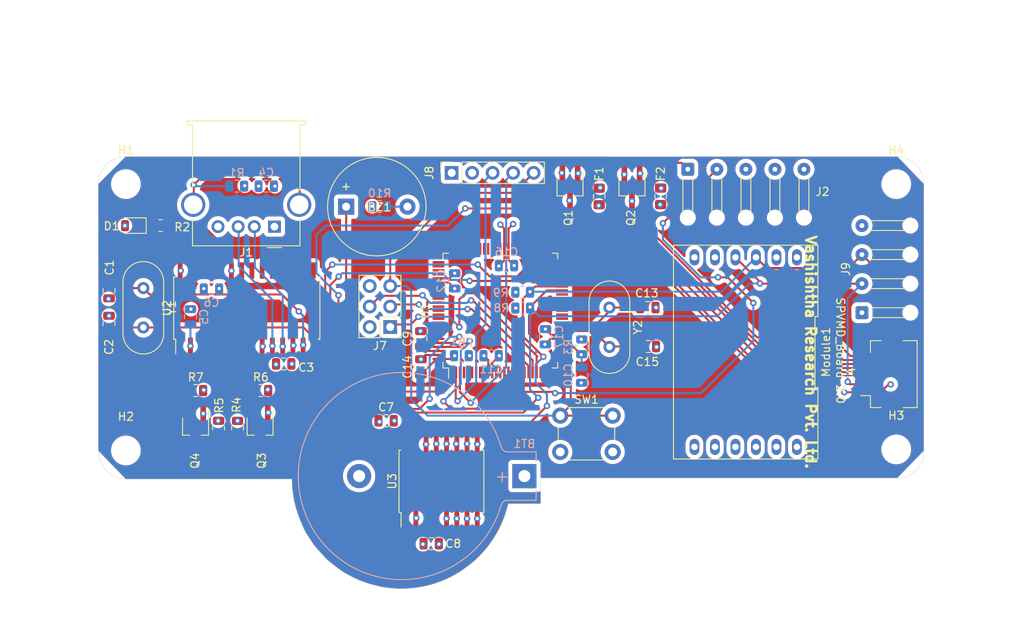
<source format=kicad_pcb>
(kicad_pcb (version 20221018) (generator pcbnew)
  (layers (0 "F.Cu" signal) (1 "In1.Cu" power) (2 "In2.Cu" power) (31 "B.Cu" signal) (34 "B.Paste" user) (35 "F.Paste" user) (36 "B.SilkS" user "B.Silkscreen") (37 "F.SilkS" user "F.Silkscreen") (38 "B.Mask" user) (39 "F.Mask" user) (44 "Edge.Cuts" user))
  (net 0 "")
  (net 1 "GND")
  (net 2 "BAT")
  (net 3 "BUZZER")
  (net 4 "Net-(BZ1-Pad2)")
  (net 5 "XI")
  (net 6 "XO")
  (net 7 "5v")
  (net 8 "Net-(C5-Pad1)")
  (net 9 "AREF")
  (net 10 "RESET")
  (net 11 "XTAL_1")
  (net 12 "AVCC")
  (net 13 "XTAL_2")
  (net 14 "Net-(D1-Pad1)")
  (net 15 "Net-(F1-Pad1)")
  (net 16 "5v_IN")
  (net 17 "3v_IN")
  (net 18 "Net-(F2-Pad1)")
  (net 19 "Net-(J1-Pad5)")
  (net 20 "USB_D-")
  (net 21 "USB_D+")
  (net 22 "Charge_Indicator")
  (net 23 "Battery_Indicator")
  (net 24 "3V_IN")
  (net 25 "SCL")
  (net 26 "SDA")
  (net 27 "UP")
  (net 28 "DOWN")
  (net 29 "LEFT")
  (net 30 "RIGHT")
  (net 31 "BACK")
  (net 32 "SELECT")
  (net 33 "MISO")
  (net 34 "SCK")
  (net 35 "MOSI")
  (net 36 "RXD_0")
  (net 37 "Net-(Module1-Pad6)")
  (net 38 "Net-(Module1-Pad7)")
  (net 39 "Net-(Module1-Pad5)")
  (net 40 "Net-(Module1-Pad8)")
  (net 41 "Net-(Module1-Pad9)")
  (net 42 "Net-(Module1-Pad10)")
  (net 43 "Net-(Module1-Pad11)")
  (net 44 "Net-(Module1-Pad12)")
  (net 45 "HV_TXD_1")
  (net 46 "LV_TXD_1")
  (net 47 "LV_RXD_1")
  (net 48 "HV_RXD_1")
  (net 49 "Net-(R2-Pad2)")
  (net 50 "Net-(U1-Pad4)")
  (net 51 "Net-(U1-Pad5)")
  (net 52 "Net-(U1-Pad6)")
  (net 53 "Net-(U1-Pad7)")
  (net 54 "Net-(U1-Pad8)")
  (net 55 "Net-(U1-Pad9)")
  (net 56 "Net-(U1-Pad12)")
  (net 57 "Net-(U1-Pad13)")
  (net 58 "Net-(U1-Pad14)")
  (net 59 "Net-(U1-Pad15)")
  (net 60 "Net-(U1-Pad16)")
  (net 61 "Net-(U1-Pad17)")
  (net 62 "Net-(U1-Pad18)")
  (net 63 "Net-(U1-Pad19)")
  (net 64 "Net-(U1-Pad23)")
  (net 65 "Net-(U1-Pad24)")
  (net 66 "Net-(U1-Pad25)")
  (net 67 "Net-(U1-Pad26)")
  (net 68 "Net-(U1-Pad27)")
  (net 69 "Net-(U1-Pad28)")
  (net 70 "Net-(U1-Pad29)")
  (net 71 "Net-(U1-Pad35)")
  (net 72 "Net-(U1-Pad36)")
  (net 73 "Net-(U1-Pad37)")
  (net 74 "Net-(U1-Pad38)")
  (net 75 "Net-(U1-Pad39)")
  (net 76 "Net-(U1-Pad40)")
  (net 77 "Net-(U1-Pad41)")
  (net 78 "Net-(U1-Pad42)")
  (net 79 "Net-(U1-Pad47)")
  (net 80 "Net-(U1-Pad48)")
  (net 81 "Net-(U1-Pad49)")
  (net 82 "Net-(U1-Pad50)")
  (net 83 "Net-(U1-Pad51)")
  (net 84 "Net-(U1-Pad52)")
  (net 85 "Net-(U1-Pad59)")
  (net 86 "Net-(U1-Pad60)")
  (net 87 "Net-(U1-Pad63)")
  (net 88 "Net-(U1-Pad64)")
  (net 89 "Net-(U1-Pad65)")
  (net 90 "Net-(U1-Pad66)")
  (net 91 "Net-(U1-Pad67)")
  (net 92 "Net-(U1-Pad68)")
  (net 93 "Net-(U1-Pad69)")
  (net 94 "Net-(U1-Pad70)")
  (net 95 "Net-(U1-Pad71)")
  (net 96 "Net-(U1-Pad72)")
  (net 97 "Net-(U1-Pad73)")
  (net 98 "Net-(U1-Pad74)")
  (net 99 "Net-(U1-Pad75)")
  (net 100 "Net-(U1-Pad76)")
  (net 101 "Net-(U1-Pad77)")
  (net 102 "Net-(U1-Pad78)")
  (net 103 "Net-(U1-Pad79)")
  (net 104 "Net-(U1-Pad82)")
  (net 105 "Net-(U1-Pad83)")
  (net 106 "Net-(U1-Pad84)")
  (net 107 "Net-(U1-Pad85)")
  (net 108 "Net-(U1-Pad86)")
  (net 109 "Net-(U1-Pad87)")
  (net 110 "Net-(U1-Pad88)")
  (net 111 "Net-(U1-Pad89)")
  (net 112 "Net-(U1-Pad90)")
  (net 113 "Net-(U1-Pad91)")
  (net 114 "Net-(U1-Pad92)")
  (net 115 "Net-(U1-Pad93)")
  (net 116 "Net-(U1-Pad94)")
  (net 117 "Net-(U1-Pad95)")
  (net 118 "Net-(U2-Pad1)")
  (net 119 "Net-(U2-Pad3)")
  (net 120 "Net-(U2-Pad4)")
  (net 121 "Net-(U2-Pad7)")
  (net 122 "Net-(U2-Pad8)")
  (net 123 "Net-(U2-Pad15)")
  (net 124 "Net-(U2-Pad16)")
  (net 125 "Net-(U2-Pad17)")
  (net 126 "Net-(U2-Pad18)")
  (net 127 "Net-(U2-Pad19)")
  (net 128 "Net-(U2-Pad20)")
  (net 129 "Net-(U2-Pad21)")
  (net 130 "Net-(U2-Pad22)")
  (net 131 "Net-(U2-Pad25)")
  (net 132 "Net-(U2-Pad26)")
  (net 133 "Net-(U2-Pad27)")
  (net 134 "Net-(U3-Pad1)")
  (net 135 "Net-(U3-Pad3)")
  (net 136 "Net-(U3-Pad4)")
  (net 137 "RXD_0_prg")
  (footprint "Capacitor_SMD:C_0805_2012Metric" (layer "F.Cu") (at 99.5045 76.7055 -90)
    (fp_text reference "C1")
    (fp_text value "22pf")
  )
  (footprint "Capacitor_SMD:C_0805_2012Metric" (layer "F.Cu") (at 99.5045 80.7695 90)
    (fp_text reference "C2")
    (fp_text value "22pf")
  )
  (footprint "Capacitor_SMD:C_0805_2012Metric" (layer "F.Cu") (at 121.1605 85.7885)
    (fp_text reference "C3")
    (fp_text value "10nf")
  )
  (footprint "Capacitor_SMD:C_0805_2012Metric" (layer "F.Cu") (at 139.4485 108.077)
    (fp_text reference "C8")
    (fp_text value "1uf")
  )
  (footprint "Capacitor_SMD:C_0805_2012Metric" (layer "F.Cu") (at 138.176 82.677 90)
    (fp_text reference "C9")
    (fp_text value "100nf")
  )
  (footprint "Capacitor_SMD:C_0805_2012Metric" (layer "F.Cu") (at 166.309 78.8035)
    (fp_text reference "C13")
    (fp_text value "22pf")
  )
  (footprint "Capacitor_SMD:C_0805_2012Metric" (layer "F.Cu") (at 138.176 86.167 90)
    (fp_text reference "C14")
    (fp_text value "100nf")
  )
  (footprint "Capacitor_SMD:C_0805_2012Metric" (layer "F.Cu") (at 166.3725 83.6295)
    (fp_text reference "C15")
    (fp_text value "22pf")
  )
  (footprint "LED_SMD:LED_0805_2012Metric" (layer "F.Cu") (at 102.4255 68.6435 180)
    (fp_text reference "D1")
    (fp_text value "RED")
  )
  (footprint "Fuse:Fuse_0805_2012Metric_Pad1.15x1.40mm_HandSolder" (layer "F.Cu") (at 167.894 65.015 90)
    (fp_text reference "F2")
    (fp_text value "Polyfuse_Small")
  )
  (footprint "Connector_USB:USB_A_Molex_67643_Horizontal" (layer "F.Cu") (at 120.015 68.7705 180)
    (fp_text reference "J1")
    (fp_text value "USB_A")
  )
  (footprint "Connector_Wire:SolderWire-0.1sqmm_1x05_P3.6mm_D0.4mm_OD1mm_Relief" (layer "F.Cu") (at 171.2595 61.6585)
    (fp_text reference "J2")
    (fp_text value "POWER_IN")
  )
  (footprint "Connector_FFC-FPC:Hirose_FH12-10S-0.5SH_1x10-1MP_P0.50mm_Horizontal" (layer "F.Cu") (at 195.199 87.0585 90)
    (fp_text reference "J4")
    (fp_text value "OLED_Board")
  )
  (footprint "Connector_PinSocket_2.54mm:PinSocket_1x05_P2.54mm_Vertical" (layer "F.Cu") (at 141.986 62.103 90)
    (fp_text reference "J8")
    (fp_text value "USB_To_UART")
  )
  (footprint "Connector_Wire:SolderWire-0.1sqmm_1x04_P3.6mm_D0.4mm_OD1mm_Relief" (layer "F.Cu") (at 192.8495 79.4385 90)
    (fp_text reference "J9")
    (fp_text value "Lidar_connect")
  )
  (footprint "SPVMD_V2:DIP-12_925_ELL" (layer "F.Cu") (at 178.435 84.328 180)
    (fp_text reference "Module1")
    (fp_text value "IMU_Breakout")
  )
  (footprint "Package_TO_SOT_SMD:SOT-23W_Handsoldering" (layer "F.Cu") (at 156.657 63.881 -90)
    (fp_text reference "Q1")
    (fp_text value "Q_PMOS_GSD")
  )
  (footprint "Package_TO_SOT_SMD:SOT-23W_Handsoldering" (layer "F.Cu") (at 164.338 63.881 -90)
    (fp_text reference "Q2")
    (fp_text value "Q_PMOS_GSD")
  )
  (footprint "Package_TO_SOT_SMD:SOT-23W_Handsoldering" (layer "F.Cu") (at 118.237 93.55 -90)
    (fp_text reference "Q3")
    (fp_text value "Q_NMOS_GSD")
  )
  (footprint "Package_TO_SOT_SMD:SOT-23W_Handsoldering" (layer "F.Cu") (at 110.236 93.55 -90)
    (fp_text reference "Q4")
    (fp_text value "Q_NMOS_GSD")
  )
  (footprint "Resistor_SMD:R_0805_2012Metric" (layer "F.Cu") (at 105.8945 68.6435)
    (fp_text reference "R2")
    (fp_text value "1K")
  )
  (footprint "Resistor_SMD:R_0805_2012Metric" (layer "F.Cu") (at 115.443 93.766 90)
    (fp_text reference "R4")
    (fp_text value "10k")
  )
  (footprint "Resistor_SMD:R_0805_2012Metric" (layer "F.Cu") (at 113.0935 93.7495 90)
    (fp_text reference "R5")
    (fp_text value "10k")
  )
  (footprint "Resistor_SMD:R_0805_2012Metric" (layer "F.Cu") (at 118.324 89.0905)
    (fp_text reference "R6")
    (fp_text value "10k")
  )
  (footprint "Resistor_SMD:R_0805_2012Metric" (layer "F.Cu") (at 110.2595 89.0905)
    (fp_text reference "R7")
    (fp_text value "10k")
  )
  (footprint "Package_QFP:TQFP-100_14x14mm_P0.5mm" (layer "F.Cu") (at 148.0185 79.1845 90)
    (fp_text reference "U1")
    (fp_text value "ATmega2560-16AU")
  )
  (footprint "Package_SO:SOIC-28W_7.5x17.9mm_P1.27mm" (layer "F.Cu") (at 116.586 78.867 90)
    (fp_text reference "U2")
    (fp_text value "CH376S-ch376s")
  )
  (footprint "Package_SO:SOIC-16W_7.5x10.3mm_P1.27mm" (layer "F.Cu") (at 140.716 100.3445 90)
    (fp_text reference "U3")
    (fp_text value "DS3231M")
  )
  (footprint "Crystal:Crystal_HC49-4H_Vertical" (layer "F.Cu") (at 103.759 76.3905 -90)
    (fp_text reference "Y1")
    (fp_text value "12MHz")
  )
  (footprint "Crystal:Crystal_HC49-4H_Vertical" (layer "F.Cu") (at 161.544 78.8035 -90)
    (fp_text reference "Y2")
    (fp_text value "16MHz")
  )
  (footprint "MountingHole:MountingHole_3.2mm_M3" (layer "F.Cu") (at 101.6 63.5)
    (fp_text reference "H1")
    (fp_text value "MountingHole")
  )
  (footprint "MountingHole:MountingHole_3.2mm_M3" (layer "F.Cu") (at 101.6 96.52)
    (fp_text reference "H2")
    (fp_text value "MountingHole")
  )
  (footprint "MountingHole:MountingHole_3.2mm_M3" (layer "F.Cu") (at 197.104 96.393)
    (fp_text reference "H3")
    (fp_text value "MountingHole")
  )
  (footprint "MountingHole:MountingHole_3.2mm_M3" (layer "F.Cu") (at 197.104 63.5)
    (fp_text reference "H4")
    (fp_text value "MountingHole")
  )
  (footprint "Button_Switch_THT:SW_PUSH_6mm" (layer "F.Cu") (at 155.448 92.202)
    (fp_text reference "SW1")
    (fp_text value "SW_Push")
  )
  (footprint "Buzzer_Beeper:Buzzer_12x9.5RM7.6" (layer "F.Cu") (at 128.905 66.294)
    (fp_text reference "BZ1")
    (fp_text value "Buzzer")
  )
  (footprint "Fuse:Fuse_0805_2012Metric_Pad1.15x1.40mm_HandSolder" (layer "F.Cu") (at 160.274 65.033 90)
    (fp_text reference "F1")
    (fp_text value "Polyfuse_Small")
  )
  (footprint "Connector_PinHeader_2.54mm:PinHeader_2x03_P2.54mm_Vertical" (layer "F.Cu") (at 134.366 81.2165 180)
    (fp_text reference "J7")
    (fp_text value "AVR-ISP-6")
  )
  (footprint "Capacitor_SMD:C_0805_2012Metric" (layer "F.Cu") (at 133.8555 92.837)
    (fp_text reference "C7")
    (fp_text value "1uf")
  )
  (footprint "Capacitor_SMD:C_0805_2012Metric" (layer "B.Cu") (at 118.9965 63.754 180)
    (fp_text reference "C4")
    (fp_text value "10uf")
  )
  (footprint "Capacitor_SMD:C_0805_2012Metric" (layer "B.Cu") (at 109.601 79.949 90)
    (fp_text reference "C5")
    (fp_text value "1uf")
  )
  (footprint "Capacitor_SMD:C_0805_2012Metric" (layer "B.Cu") (at 112.207 76.5175)
    (fp_text reference "C6")
    (fp_text value "0.1uf")
  )
  (footprint "Capacitor_SMD:C_0805_2012Metric" (layer "B.Cu") (at 158.115 87.183 -90)
    (fp_text reference "C10")
    (fp_text value "22pf")
  )
  (footprint "Capacitor_SMD:C_0805_2012Metric" (layer "B.Cu") (at 146.873 84.7725)
    (fp_text reference "C11")
    (fp_text value "100nf")
  )
  (footprint "Capacitor_SMD:C_0805_2012Metric" (layer "B.Cu") (at 142.367 75.499 -90)
    (fp_text reference "C12")
    (fp_text value "100nf")
  )
  (footprint "Resistor_SMD:R_0805_2012Metric" (layer "B.Cu") (at 143.1925 84.7725 180)
    (fp_text reference "FB1")
    (fp_text value "Ferrite_Bead_Small")
  )
  (footprint "Resistor_SMD:R_0805_2012Metric" (layer "B.Cu") (at 115.3395 63.754 180)
    (fp_text reference "R1")
    (fp_text value "0R")
  )
  (footprint "Resistor_SMD:R_0805_2012Metric" (layer "B.Cu") (at 158.115 83.6695 -90)
    (fp_text reference "R3")
    (fp_text value "10k")
  )
  (footprint "Resistor_SMD:R_0805_2012Metric" (layer "B.Cu") (at 150.789 78.867)
    (fp_text reference "R8")
    (fp_text value "10k")
  )
  (footprint "Resistor_SMD:R_0805_2012Metric" (layer "B.Cu") (at 150.789 76.8985)
    (fp_text reference "R9")
    (fp_text value "10k")
  )
  (footprint "Battery:BatteryHolder_Keystone_104_1x23mm" (layer "B.Cu") (at 151.003 99.695 180)
    (fp_text reference "BT1")
    (fp_text value "Battery_Cell")
  )
  (footprint "Capacitor_SMD:C_0805_2012Metric" (layer "B.Cu") (at 148.778 73.5965 180)
    (fp_text reference "C16")
    (fp_text value "100nf")
  )
  (footprint "Capacitor_SMD:C_0805_2012Metric" (layer "B.Cu") (at 153.6065 82.423 90)
    (fp_text reference "C17")
    (fp_text value "100nf")
  )
  (footprint "Resistor_SMD:R_0805_2012Metric" (layer "B.Cu") (at 133.056 66.294 180)
    (fp_text reference "R10")
    (fp_text value "100R")
  )
  (gr_line (start 149.098 103.124) (end 149.004002 103.131616) (stroke (width 0.05)) (layer "Edge.Cuts"))
  (gr_arc (start 149.004002 103.131616) (mid 134.225316 113.57772) (end 122.174 100.076) (stroke (width 0.05)) (layer "Edge.Cuts"))
  (gr_line (start 153.035 103.124) (end 149.098 103.124) (stroke (width 0.05)) (layer "Edge.Cuts"))
  (gr_line (start 200.533 63.5) (end 200.533 96.52) (stroke (width 0.05)) (layer "Edge.Cuts"))
  (gr_arc (start 101.600081 100.073734) (mid 99.168049 98.989191) (end 98.171 96.52) (stroke (width 0.05)) (layer "Edge.Cuts"))
  (gr_line (start 101.6 60.071) (end 197.231 60.071) (stroke (width 0.05)) (layer "Edge.Cuts"))
  (gr_line (start 98.171 63.5) (end 98.171 96.52) (stroke (width 0.05)) (layer "Edge.Cuts"))
  (gr_line (start 101.600081 100.073734) (end 122.174 100.076) (stroke (width 0.05)) (layer "Edge.Cuts"))
  (gr_line (start 153.035 99.949) (end 153.035 103.124) (stroke (width 0.05)) (layer "Edge.Cuts"))
  (gr_arc (start 197.230913 60.073349) (mid 199.573132 61.120624) (end 200.533 63.5) (stroke (width 0.05)) (layer "Edge.Cuts"))
  (gr_arc (start 200.53056 96.520094) (mid 199.610311 98.936559) (end 197.231 99.949) (stroke (width 0.05)) (layer "Edge.Cuts"))
  (gr_line (start 197.231 99.949) (end 153.035 99.949) (stroke (width 0.05)) (layer "Edge.Cuts"))
  (gr_arc (start 98.171 63.5) (mid 99.175331 61.075331) (end 101.6 60.071) (stroke (width 0.05)) (layer "Edge.Cuts"))
  (gr_text "Vashishtha Research Pvt. Ltd." (at 186.4995 84.328 270) (layer "F.SilkS") (effects (font (size 1.27 1.27) (thickness 0.3))))
  (gr_text "SPVMD_Board 2.0" (at 190.1825 84.1375 270) (layer "F.SilkS") (effects (font (size 1 1))))
  (segment (start 148.0185 68.5165) (end 148.0185 68.5165) (width 0.25) (layer "F.Cu") (net 1))
  (segment (start 138.176 85.217) (end 138.176 85.217) (width 0.25) (layer "F.Cu") (net 1))
  (segment (start 196.4055 88.3285) (end 196.4055 88.3285) (width 0.25) (layer "F.Cu") (net 1))
  (segment (start 148.49351 71.40451) (end 148.49351 68.99151) (width 0.25) (layer "F.Cu") (net 1))
  (segment (start 147.0185 85.6455) (end 147.8915 84.7725) (width 0.25) (layer "F.Cu") (net 1))
  (segment (start 138.7085 84.6845) (end 138.176 85.217) (width 0.25) (layer "F.Cu") (net 1))
  (segment (start 148.5055 71.522) (end 148.49351 71.53399) (width 0.25) (layer "F.Cu") (net 1))
  (segment (start 193.349 88.8085) (end 195.6715 88.8085) (width 0.25) (layer "F.Cu") (net 1))
  (segment (start 148.5185 71.4295) (end 148.49351 71.40451) (width 0.25) (layer "F.Cu") (net 1))
  (segment (start 148.5185 71.522) (end 148.5055 71.522) (width 0.25) (layer "F.Cu") (net 1))
  (segment (start 148.49351 68.99151) (end 148.0185 68.5165) (width 0.25) (layer "F.Cu") (net 1))
  (segment (start 195.6715 88.8085) (end 196.1515 88.3285) (width 0.25) (layer "F.Cu") (net 1))
  (segment (start 147.0185 86.847) (end 147.0185 85.6455) (width 0.25) (layer "F.Cu") (net 1))
  (segment (start 140.356 84.6845) (end 138.7085 84.6845) (width 0.25) (layer "F.Cu") (net 1))
  (segment (start 154.3205 82.1845) (end 153.6065 81.4705) (width 0.25) (layer "F.Cu") (net 1))
  (segment (start 196.1515 88.3285) (end 196.4055 88.3285) (width 0.25) (layer "F.Cu") (net 1))
  (segment (start 141.5975 75.6845) (end 142.367 76.454) (width 0.25) (layer "F.Cu") (net 1))
  (segment (start 148.5185 72.9695) (end 147.828 73.66) (width 0.25) (layer "F.Cu") (net 1))
  (segment (start 148.5185 71.522) (end 148.5185 71.4295) (width 0.25) (layer "F.Cu") (net 1))
  (segment (start 148.5185 71.522) (end 148.5185 72.9695) (width 0.25) (layer "F.Cu") (net 1))
  (segment (start 140.356 75.6845) (end 141.5975 75.6845) (width 0.25) (layer "F.Cu") (net 1))
  (segment (start 155.681 82.1845) (end 154.3205 82.1845) (width 0.25) (layer "F.Cu") (net 1))
  (via (at 122.3645 83.5025) (size 0.8) (drill 0.4) (layers "F.Cu" "B.Cu") (net 1))
  (via (at 147.828 73.66) (size 0.8) (drill 0.4) (layers "F.Cu" "B.Cu") (net 1))
  (via (at 145.161 104.9655) (size 0.8) (drill 0.4) (layers "F.Cu" "B.Cu") (net 1))
  (via (at 118.0465 63.754) (size 0.8) (drill 0.4) (layers "F.Cu" "B.Cu") (net 1))
  (via (at 116.332 63.6905) (size 0.8) (drill 0.4) (layers "F.Cu" "B.Cu") (net 1))
  (via (at 143.891 104.9655) (size 0.8) (drill 0.4) (layers "F.Cu" "B.Cu") (net 1))
  (via (at 132.1435 66.2305) (size 0.8) (drill 0.4) (layers "F.Cu" "B.Cu") (net 1))
  (via (at 113.157 76.454) (size 0.8) (drill 0.4) (layers "F.Cu" "B.Cu") (net 1))
  (via (at 153.6065 81.4705) (size 0.8) (drill 0.4) (layers "F.Cu" "B.Cu") (net 1))
  (via (at 122.174 85.7885) (size 0.8) (drill 0.4) (layers "F.Cu" "B.Cu") (net 1))
  (via (at 134.874 92.837) (size 0.8) (drill 0.4) (layers "F.Cu" "B.Cu") (net 1))
  (via (at 158.0515 88.138) (size 0.8) (drill 0.4) (layers "F.Cu" "B.Cu") (net 1))
  (via (at 99.441 77.724) (size 0.8) (drill 0.4) (layers "F.Cu" "B.Cu") (net 1))
  (via (at 114.681 74.2315) (size 0.8) (drill 0.4) (layers "F.Cu" "B.Cu") (net 1))
  (via (at 140.081 95.6945) (size 0.8) (drill 0.4) (layers "F.Cu" "B.Cu") (net 1))
  (via (at 141.351 95.6945) (size 0.8) (drill 0.4) (layers "F.Cu" "B.Cu") (net 1))
  (via (at 140.3985 108.1405) (size 0.8) (drill 0.4) (layers "F.Cu" "B.Cu") (net 1))
  (via (at 147.8915 84.7725) (size 0.8) (drill 0.4) (layers "F.Cu" "B.Cu") (net 1))
  (via (at 148.0185 68.5165) (size 0.8) (drill 0.4) (layers "F.Cu" "B.Cu") (net 1))
  (via (at 99.5045 79.8195) (size 0.8) (drill 0.4) (layers "F.Cu" "B.Cu") (net 1))
  (via (at 145.161 95.758) (size 0.8) (drill 0.4) (layers "F.Cu" "B.Cu") (net 1))
  (via (at 165.354 62.1665) (size 0.8) (drill 0.4) (layers "F.Cu" "B.Cu") (net 1))
  (via (at 167.386 83.693) (size 0.8) (drill 0.4) (layers "F.Cu" "B.Cu") (net 1))
  (via (at 167.3225 78.8035) (size 0.8) (drill 0.4) (layers "F.Cu" "B.Cu") (net 1))
  (via (at 142.621 104.9655) (size 0.8) (drill 0.4) (layers "F.Cu" "B.Cu") (net 1))
  (via (at 141.351 104.9655) (size 0.8) (drill 0.4) (layers "F.Cu" "B.Cu") (net 1))
  (via (at 138.1125 81.7245) (size 0.8) (drill 0.4) (layers "F.Cu" "B.Cu") (net 1))
  (via (at 142.5575 95.6945) (size 0.8) (drill 0.4) (layers "F.Cu" "B.Cu") (net 1))
  (via (at 138.176 85.217) (size 0.8) (drill 0.4) (layers "F.Cu" "B.Cu") (net 1))
  (via (at 157.6705 62.1665) (size 0.8) (drill 0.4) (layers "F.Cu" "B.Cu") (net 1))
  (via (at 196.4055 88.3285) (size 0.8) (drill 0.4) (layers "F.Cu" "B.Cu") (net 1))
  (via (at 142.367 76.454) (size 0.8) (drill 0.4) (layers "F.Cu" "B.Cu") (net 1))
  (via (at 143.891 95.6945) (size 0.8) (drill 0.4) (layers "F.Cu" "B.Cu") (net 1))
  (via (at 138.811 95.758) (size 0.8) (drill 0.4) (layers "F.Cu" "B.Cu") (net 2))
  (via (at 133.0325 92.964) (size 0.8) (drill 0.4) (layers "F.Cu" "B.Cu") (net 2))
  (segment (start 141.0335 89.2175) (end 142.0185 88.2325) (width 0.25) (layer "F.Cu") (net 3))
  (segment (start 128.905 66.294) (end 128.905 84.3915) (width 0.25) (layer "F.Cu") (net 3))
  (segment (start 142.0185 88.2325) (end 142.0185 86.847) (width 0.25) (layer "F.Cu") (net 3))
  (segment (start 128.905 84.3915) (end 133.731 89.2175) (width 0.25) (layer "F.Cu") (net 3))
  (segment (start 133.731 89.2175) (end 141.0335 89.2175) (width 0.25) (layer "F.Cu") (net 3))
  (segment (start 133.9685 66.294) (end 136.505 66.294) (width 0.25) (layer "B.Cu") (net 4))
  (segment (start 123.03125 79.27975) (end 123.1265 79.375) (width 0.25) (layer "F.Cu") (net 5))
  (segment (start 103.759 76.3905) (end 100.1395 76.3905) (width 0.25) (layer "F.Cu") (net 5))
  (segment (start 103.759 76.3905) (end 104.547501 77.179001) (width 0.25) (layer "F.Cu") (net 5))
  (segment (start 104.547501 77.179001) (end 120.930501 77.179001) (width 0.25) (layer "F.Cu") (net 5))
  (segment (start 120.930501 77.179001) (end 123.03125 79.27975) (width 0.25) (layer "F.Cu") (net 5))
  (segment (start 100.1395 76.3905) (end 99.5045 75.7555) (width 0.25) (layer "F.Cu") (net 5))
  (via (at 123.03125 79.27975) (size 0.8) (drill 0.4) (layers "F.Cu" "B.Cu") (net 5))
  (via (at 123.571 83.439) (size 0.8) (drill 0.4) (layers "F.Cu" "B.Cu") (net 5))
  (segment (start 123.571 79.8195) (end 123.03125 79.27975) (width 0.25) (layer "B.Cu") (net 5))
  (segment (start 123.571 83.439) (end 123.571 79.8195) (width 0.25) (layer "B.Cu") (net 5))
  (segment (start 103.759 81.2705) (end 99.9535 81.2705) (width 0.25) (layer "F.Cu") (net 6))
  (segment (start 123.6195 81.2705) (end 124.841 82.492) (width 0.25) (layer "F.Cu") (net 6))
  (segment (start 103.759 81.2705) (end 123.6195 81.2705) (width 0.25) (layer "F.Cu") (net 6))
  (segment (start 99.9535 81.2705) (end 99.5045 81.7195) (width 0.25) (layer "F.Cu") (net 6))
  (segment (start 124.841 82.492) (end 124.841 83.517) (width 0.25) (layer "F.Cu") (net 6))
  (segment (start 149.606 68.453) (end 149.606 68.453) (width 0.25) (layer "F.Cu") (net 7))
  (segment (start 190.663 89.3085) (end 190.663 89.3085) (width 0.25) (layer "F.Cu") (net 7))
  (segment (start 146.5185 86.847) (end 146.5185 85.3045) (width 0.25) (layer "F.Cu") (net 7))
  (segment (start 149.0185 72.882) (end 149.733 73.5965) (width 0.25) (layer "F.Cu") (net 7))
  (segment (start 149.0185 71.522) (end 149.0185 72.882) (width 0.25) (layer "F.Cu") (net 7))
  (segment (start 155.681 82.6845) (end 154.234 82.6845) (width 0.25) (layer "F.Cu") (net 7))
  (segment (start 149.04349 71.17451) (end 149.04349 69.01551) (width 0.25) (layer "F.Cu") (net 7))
  (segment (start 149.0185 71.5805) (end 149.04349 71.60549) (width 0.25) (layer "F.Cu") (net 7))
  (segment (start 149.0185 71.1995) (end 149.04349 71.17451) (width 0.25) (layer "F.Cu") (net 7))
  (segment (start 149.0185 71.522) (end 149.0185 71.5805) (width 0.25) (layer "F.Cu") (net 7))
  (segment (start 154.234 82.6845) (end 153.543 83.3755) (width 0.25) (layer "F.Cu") (net 7))
  (segment (start 190.845 89.3085) (end 190.663 89.3085) (width 0.25) (layer "F.Cu") (net 7))
  (segment (start 149.04349 69.01551) (end 149.606 68.453) (width 0.25) (layer "F.Cu") (net 7))
  (segment (start 193.349 89.3085) (end 190.845 89.3085) (width 0.25) (layer "F.Cu") (net 7))
  (segment (start 140.356 75.1845) (end 141.7315 75.1845) (width 0.25) (layer "F.Cu") (net 7))
  (segment (start 141.7315 75.1845) (end 142.367 74.549) (width 0.25) (layer "F.Cu") (net 7))
  (segment (start 146.5185 85.3045) (end 145.9865 84.7725) (width 0.25) (layer "F.Cu") (net 7))
  (segment (start 149.0185 71.522) (end 149.0185 71.1995) (width 0.25) (layer "F.Cu") (net 7))
  (via (at 149.9235 76.8985) (size 0.8) (drill 0.4) (layers "F.Cu" "B.Cu") (net 7))
  (via (at 155.6385 62.103) (size 0.8) (drill 0.4) (layers "F.Cu" "B.Cu") (net 7))
  (via (at 149.9235 78.867) (size 0.8) (drill 0.4) (layers "F.Cu" "B.Cu") (net 7))
  (via (at 142.367 74.549) (size 0.8) (drill 0.4) (layers "F.Cu" "B.Cu") (net 7))
  (via (at 153.543 83.3755) (size 0.8) (drill 0.4) (layers "F.Cu" "B.Cu") (net 7))
  (via (at 158.0515 82.7405) (size 0.8) (drill 0.4) (layers "F.Cu" "B.Cu") (net 7))
  (via (at 149.606 68.453) (size 0.8) (drill 0.4) (layers "F.Cu" "B.Cu") (net 7))
  (via (at 113.03 92.837) (size 0.8) (drill 0.4) (layers "F.Cu" "B.Cu") (net 7))
  (via (at 120.0785 63.754) (size 0.8) (drill 0.4) (layers "F.Cu" "B.Cu") (net 7))
  (via (at 138.43 108.1405) (size 0.8) (drill 0.4) (layers "F.Cu" "B.Cu") (net 7))
  (via (at 145.9865 84.7725) (size 0.8) (drill 0.4) (layers "F.Cu" "B.Cu") (net 7))
  (via (at 137.6045 104.902) (size 0.8) (drill 0.4) (layers "F.Cu" "B.Cu") (net 7))
  (via (at 190.663 89.3085) (size 0.8) (drill 0.4) (layers "F.Cu" "B.Cu") (net 7))
  (via (at 115.443 92.837) (size 0.8) (drill 0.4) (layers "F.Cu" "B.Cu") (net 7))
  (via (at 144.2085 84.7725) (size 0.8) (drill 0.4) (layers "F.Cu" "B.Cu") (net 7))
  (via (at 149.733 73.5965) (size 0.8) (drill 0.4) (layers "F.Cu" "B.Cu") (net 7))
  (via (at 109.601 83.566) (size 0.8) (drill 0.4) (layers "F.Cu" "B.Cu") (net 8))
  (segment (start 109.601 80.899) (end 109.601 83.566) (width 0.25) (layer "B.Cu") (net 8))
  (segment (start 140.356 84.1845) (end 138.7335 84.1845) (width 0.25) (layer "F.Cu") (net 9))
  (segment (start 138.7335 84.1845) (end 138.176 83.627) (width 0.25) (layer "F.Cu") (net 9))
  (segment (start 156.484202 83.1845) (end 156.74351 83.443808) (width 0.25) (layer "F.Cu") (net 10))
  (segment (start 155.448 92.202) (end 161.948 92.202) (width 0.25) (layer "F.Cu") (net 10))
  (segment (start 134.366 72.898) (end 142.6845 64.5795) (width 0.25) (layer "F.Cu") (net 10))
  (segment (start 142.6845 64.5795) (end 149.6695 64.5795) (width 0.25) (layer "F.Cu") (net 10))
  (segment (start 155.681 83.1845) (end 156.484202 83.1845) (width 0.25) (layer "F.Cu") (net 10))
  (segment (start 156.849808 83.443808) (end 158.0515 84.6455) (width 0.25) (layer "F.Cu") (net 10))
  (segment (start 156.74351 83.443808) (end 156.74351 90.90649) (width 0.25) (layer "F.Cu") (net 10))
  (segment (start 134.366 76.1365) (end 134.366 72.898) (width 0.25) (layer "F.Cu") (net 10))
  (segment (start 156.74351 90.90649) (end 155.448 92.202) (width 0.25) (layer "F.Cu") (net 10))
  (segment (start 156.74351 83.443808) (end 156.849808 83.443808) (width 0.25) (layer "F.Cu") (net 10))
  (segment (start 149.6695 64.5795) (end 152.146 62.103) (width 0.25) (layer "F.Cu") (net 10))
  (via (at 158.0515 84.6455) (size 0.8) (drill 0.4) (layers "F.Cu" "B.Cu") (net 10))
  (segment (start 136.9695 90.17) (end 139.0015 92.202) (width 0.25) (layer "B.Cu") (net 10))
  (segment (start 139.0015 92.202) (end 155.448 92.202) (width 0.25) (layer "B.Cu") (net 10))
  (segment (start 136.9695 76.708) (end 136.9695 90.17) (width 0.25) (layer "B.Cu") (net 10))
  (segment (start 158.115 84.709) (end 158.0515 84.6455) (width 0.25) (layer "B.Cu") (net 10))
  (segment (start 136.398 76.1365) (end 136.9695 76.708) (width 0.25) (layer "B.Cu") (net 10))
  (segment (start 158.115 86.233) (end 158.115 84.709) (width 0.25) (layer "B.Cu") (net 10))
  (segment (start 134.366 76.1365) (end 136.398 76.1365) (width 0.25) (layer "B.Cu") (net 10))
  (segment (start 155.681 81.1955) (end 155.69499 81.20949) (width 0.25) (layer "F.Cu") (net 11))
  (segment (start 159.6075 81.1845) (end 161.544 79.248) (width 0.25) (layer "F.Cu") (net 11))
  (segment (start 155.681 81.1845) (end 155.681 81.1955) (width 0.25) (layer "F.Cu") (net 11))
  (segment (start 155.681 81.1845) (end 159.6075 81.1845) (width 0.25) (layer "F.Cu") (net 11))
  (segment (start 165.359 78.8035) (end 161.544 78.8035) (width 0.25) (layer "F.Cu") (net 11))
  (segment (start 161.544 79.248) (end 161.544 78.8035) (width 0.25) (layer "F.Cu") (net 11))
  (segment (start 142.367 84.7725) (end 142.367 84.7725) (width 0.25) (layer "F.Cu") (net 12))
  (segment (start 138.176 87.117) (end 140.1085 85.1845) (width 0.25) (layer "F.Cu") (net 12))
  (segment (start 140.1085 85.1845) (end 140.356 85.1845) (width 0.25) (layer "F.Cu") (net 12))
  (segment (start 140.356 85.1845) (end 141.955 85.1845) (width 0.25) (layer "F.Cu") (net 12))
  (segment (start 141.955 85.1845) (end 142.367 84.7725) (width 0.25) (layer "F.Cu") (net 12))
  (via (at 142.367 84.7725) (size 0.8) (drill 0.4) (layers "F.Cu" "B.Cu") (net 12))
  (segment (start 161.598 83.6295) (end 161.544 83.6835) (width 0.25) (layer "F.Cu") (net 13))
  (segment (start 159.56999 81.70949) (end 161.544 83.6835) (width 0.25) (layer "F.Cu") (net 13))
  (segment (start 155.8525 81.6845) (end 155.87749 81.70949) (width 0.25) (layer "F.Cu") (net 13))
  (segment (start 155.681 81.6845) (end 155.8525 81.6845) (width 0.25) (layer "F.Cu") (net 13))
  (segment (start 165.4225 83.6295) (end 161.598 83.6295) (width 0.25) (layer "F.Cu") (net 13))
  (segment (start 155.87749 81.70949) (end 159.56999 81.70949) (width 0.25) (layer "F.Cu") (net 13))
  (segment (start 103.363 68.6435) (end 104.982 68.6435) (width 0.25) (layer "F.Cu") (net 14))
  (via (at 156.591 65.532) (size 0.8) (drill 0.4) (layers "F.Cu" "B.Cu") (net 15))
  (via (at 160.2105 66.167) (size 0.8) (drill 0.4) (layers "F.Cu" "B.Cu") (net 15))
  (via (at 160.401 63.9445) (size 0.8) (drill 0.4) (layers "F.Cu" "B.Cu") (net 16))
  (via (at 167.9575 64.008) (size 0.8) (drill 0.4) (layers "F.Cu" "B.Cu") (net 17))
  (via (at 167.8305 66.04) (size 0.8) (drill 0.4) (layers "F.Cu" "B.Cu") (net 18))
  (via (at 164.338 65.5955) (size 0.8) (drill 0.4) (layers "F.Cu" "B.Cu") (net 18))
  (segment (start 110.0085 63.6005) (end 110.0085 63.6005) (width 0.25) (layer "F.Cu") (net 19))
  (segment (start 111.506 62.103) (end 110.0085 63.6005) (width 0.25) (layer "F.Cu") (net 19))
  (segment (start 123.1485 63.7745) (end 123.1485 65.997) (width 0.25) (layer "F.Cu") (net 19))
  (segment (start 121.477 62.103) (end 111.506 62.103) (width 0.25) (layer "F.Cu") (net 19))
  (segment (start 110.0085 65.997) (end 109.945 66.0605) (width 0.25) (layer "F.Cu") (net 19))
  (segment (start 110.0085 63.6005) (end 110.0085 65.997) (width 0.25) (layer "F.Cu") (net 19))
  (segment (start 123.1485 65.997) (end 123.085 66.0605) (width 0.25) (layer "F.Cu") (net 19))
  (segment (start 123.1485 63.7745) (end 121.477 62.103) (width 0.25) (layer "F.Cu") (net 19))
  (via (at 110.0085 63.6005) (size 0.8) (drill 0.4) (layers "F.Cu" "B.Cu") (net 19))
  (segment (start 114.427 63.754) (end 110.029 63.754) (width 0.25) (layer "B.Cu") (net 19))
  (segment (start 110.029 63.754) (end 110.0085 63.7745) (width 0.25) (layer "B.Cu") (net 19))
  (via (at 121.031 83.6295) (size 0.8) (drill 0.4) (layers "F.Cu" "B.Cu") (net 20))
  (segment (start 117.5785 68.834) (end 117.515 68.7705) (width 0.25) (layer "B.Cu") (net 20))
  (segment (start 117.5785 73.827) (end 117.5785 68.834) (width 0.25) (layer "B.Cu") (net 20))
  (segment (start 121.031 77.2795) (end 117.5785 73.827) (width 0.25) (layer "B.Cu") (net 20))
  (segment (start 121.031 83.6295) (end 121.031 77.2795) (width 0.25) (layer "B.Cu") (net 20))
  (via (at 119.761 83.566) (size 0.8) (drill 0.4) (layers "F.Cu" "B.Cu") (net 21))
  (segment (start 115.5785 73.6685) (end 115.5785 68.834) (width 0.25) (layer "B.Cu") (net 21))
  (segment (start 115.5785 68.834) (end 115.515 68.7705) (width 0.25) (layer "B.Cu") (net 21))
  (segment (start 119.761 83.566) (end 119.761 77.851) (width 0.25) (layer "B.Cu") (net 21))
  (segment (start 119.761 77.851) (end 115.5785 73.6685) (width 0.25) (layer "B.Cu") (net 21))
  (segment (start 142.9385 82.423) (end 142.9385 82.423) (width 0.25) (layer "F.Cu") (net 22))
  (segment (start 127.9525 77.2795) (end 127.9525 77.2795) (width 0.25) (layer "F.Cu") (net 22))
  (segment (start 140.356 83.1845) (end 142.177 83.1845) (width 0.25) (layer "F.Cu") (net 22))
  (segment (start 127.9525 84.07541) (end 127.9525 77.2795) (width 0.25) (layer "F.Cu") (net 22))
  (segment (start 156.796997 63.506001) (end 158.997999 63.506001) (width 0.25) (layer "F.Cu") (net 22))
  (segment (start 137.99101 91.37099) (end 135.24808 91.37099) (width 0.25) (layer "F.Cu") (net 22))
  (segment (start 142.177 83.1845) (end 142.9385 82.423) (width 0.25) (layer "F.Cu") (net 22))
  (segment (start 161.648001 60.855999) (end 170.456999 60.855999) (width 0.25) (layer "F.Cu") (net 22))
  (segment (start 153.786748 66.51625) (end 156.796997 63.506001) (width 0.25) (layer "F.Cu") (net 22))
  (segment (start 143.66875 66.51625) (end 153.786748 66.51625) (width 0.25) (layer "F.Cu") (net 22))
  (segment (start 170.456999 60.855999) (end 171.2595 61.6585) (width 0.25) (layer "F.Cu") (net 22))
  (segment (start 158.997999 63.506001) (end 161.648001 60.855999) (width 0.25) (layer "F.Cu") (net 22))
  (segment (start 135.24808 91.37099) (end 127.9525 84.07541) (width 0.25) (layer "F.Cu") (net 22))
  (segment (start 139.2555 90.1065) (end 137.99101 91.37099) (width 0.25) (layer "F.Cu") (net 22))
  (via (at 142.9385 82.423) (size 0.8) (drill 0.4) (layers "F.Cu" "B.Cu") (net 22))
  (via (at 139.2555 90.1065) (size 0.8) (drill 0.4) (layers "F.Cu" "B.Cu") (net 22))
  (via (at 143.66875 66.51625) (size 0.8) (drill 0.4) (layers "F.Cu" "B.Cu") (net 22))
  (via (at 127.9525 77.2795) (size 0.8) (drill 0.4) (layers "F.Cu" "B.Cu") (net 22))
  (segment (start 139.2555 90.1065) (end 139.2555 90.1065) (width 0.25) (layer "B.Cu") (net 22))
  (segment (start 143.66875 66.51625) (end 143.7005 66.4845) (width 0.25) (layer "B.Cu") (net 22))
  (segment (start 127.9525 77.2795) (end 125.222 74.549) (width 0.25) (layer "B.Cu") (net 22))
  (segment (start 126.365 68.6435) (end 141.5415 68.6435) (width 0.25) (layer "B.Cu") (net 22))
  (segment (start 125.222 74.549) (end 125.222 69.7865) (width 0.25) (layer "B.Cu") (net 22))
  (segment (start 139.2555 84.963) (end 139.2555 90.1065) (width 0.25) (layer "B.Cu") (net 22))
  (segment (start 141.5415 68.6435) (end 143.66875 66.51625) (width 0.25) (layer "B.Cu") (net 22))
  (segment (start 125.222 69.7865) (end 126.365 68.6435) (width 0.25) (layer "B.Cu") (net 22))
  (segment (start 142.9385 82.423) (end 141.7955 82.423) (width 0.25) (layer "B.Cu") (net 22))
  (segment (start 141.7955 82.423) (end 139.2555 84.963) (width 0.25) (layer "B.Cu") (net 22))
  (segment (start 143.4465 83.2485) (end 143.4465 83.2485) (width 0.25) (layer "F.Cu") (net 23))
  (segment (start 168.17 68.348) (end 168.0015 68.5165) (width 0.25) (layer "F.Cu") (net 23))
  (segment (start 179.3875 78.232) (end 179.3875 78.232) (width 0.25) (layer "F.Cu") (net 23))
  (segment (start 141.885501 91.339501) (end 149.071499 91.339501) (width 0.25) (layer "F.Cu") (net 23))
  (segment (start 143.4465 83.2485) (end 143.891 83.2485) (width 0.25) (layer "F.Cu") (net 23))
  (segment (start 140.356 83.6845) (end 143.0105 83.6845) (width 0.25) (layer "F.Cu") (net 23))
  (segment (start 143.0105 83.6845) (end 143.4465 83.2485) (width 0.25) (layer "F.Cu") (net 23))
  (segment (start 151.156501 89.254499) (end 154.659499 89.254499) (width 0.25) (layer "F.Cu") (net 23))
  (segment (start 149.071499 91.339501) (end 151.156501 89.254499) (width 0.25) (layer "F.Cu") (net 23))
  (segment (start 140.97 90.424) (end 141.885501 91.339501) (width 0.25) (layer "F.Cu") (net 23))
  (segment (start 154.659499 89.254499) (end 154.813 89.408) (width 0.25) (layer "F.Cu") (net 23))
  (segment (start 176.2125 75.057) (end 179.3875 78.232) (width 0.25) (layer "F.Cu") (net 23))
  (segment (start 143.891 83.2485) (end 144.2085 82.931) (width 0.25) (layer "F.Cu") (net 23))
  (segment (start 175.006 75.057) (end 176.2125 75.057) (width 0.25) (layer "F.Cu") (net 23))
  (segment (start 174.8595 61.6585) (end 168.17 68.348) (width 0.25) (layer "F.Cu") (net 23))
  (via (at 140.97 90.424) (size 0.8) (drill 0.4) (layers "F.Cu" "B.Cu") (net 23))
  (via (at 179.3875 78.232) (size 0.8) (drill 0.4) (layers "F.Cu" "B.Cu") (net 23))
  (via (at 154.813 89.408) (size 0.8) (drill 0.4) (layers "F.Cu" "B.Cu") (net 23))
  (via (at 168.17 68.348) (size 0.8) (drill 0.4) (layers "F.Cu" "B.Cu") (net 23))
  (via (at 144.2085 82.931) (size 0.8) (drill 0.4) (layers "F.Cu" "B.Cu") (net 23))
  (via (at 175.006 75.057) (size 0.8) (drill 0.4) (layers "F.Cu" "B.Cu") (net 23))
  (segment (start 140.97 90.424) (end 140.97 90.424) (width 0.25) (layer "B.Cu") (net 23))
  (segment (start 175.006 75.057) (end 175.006 75.057) (width 0.25) (layer "B.Cu") (net 23))
  (segment (start 154.813 89.408) (end 154.813 89.408) (width 0.25) (layer "B.Cu") (net 23))
  (segment (start 168.17 68.348) (end 168.17 70.371161) (width 0.25) (layer "B.Cu") (net 23))
  (segment (start 143.4465 83.814185) (end 143.537625 83.814185) (width 0.25) (layer "B.Cu") (net 23))
  (segment (start 143.11751 88.27649) (end 140.97 90.424) (width 0.25) (layer "B.Cu") (net 23))
  (segment (start 172.855839 75.057) (end 175.006 75.057) (width 0.25) (layer "B.Cu") (net 23))
  (segment (start 172.9105 89.408) (end 154.813 89.408) (width 0.25) (layer "B.Cu") (net 23))
  (segment (start 143.4465 83.814185) (end 143.11751 84.143175) (width 0.25) (layer "B.Cu") (net 23))
  (segment (start 168.17 70.371161) (end 172.855839 75.057) (width 0.25) (layer "B.Cu") (net 23))
  (segment (start 143.11751 84.143175) (end 143.11751 88.27649) (width 0.25) (layer "B.Cu") (net 23))
  (segment (start 179.3875 82.931) (end 172.9105 89.408) (width 0.25) (layer "B.Cu") (net 23))
  (segment (start 143.537625 83.814185) (end 144.2085 83.14331) (width 0.25) (layer "B.Cu") (net 23))
  (segment (start 144.2085 83.14331) (end 144.2085 82.931) (width 0.25) (layer "B.Cu") (net 23))
  (segment (start 179.3875 78.232) (end 179.3875 82.931) (width 0.25) (layer "B.Cu") (net 23))
  (via (at 163.3855 62.2935) (size 0.8) (drill 0.4) (layers "F.Cu" "B.Cu") (net 24))
  (via (at 109.6645 78.994) (size 0.8) (drill 0.4) (layers "F.Cu" "B.Cu") (net 24))
  (via (at 108.3945 74.2315) (size 0.8) (drill 0.4) (layers "F.Cu" "B.Cu") (net 24))
  (via (at 111.1885 91.948) (size 0.8) (drill 0.4) (layers "F.Cu" "B.Cu") (net 24))
  (via (at 101.473 68.6435) (size 0.8) (drill 0.4) (layers "F.Cu" "B.Cu") (net 24))
  (via (at 111.252 89.027) (size 0.8) (drill 0.4) (layers "F.Cu" "B.Cu") (net 24))
  (via (at 119.253 91.821) (size 0.8) (drill 0.4) (layers "F.Cu" "B.Cu") (net 24))
  (via (at 119.1895 88.9635) (size 0.8) (drill 0.4) (layers "F.Cu" "B.Cu") (net 24))
  (via (at 118.5545 83.6295) (size 0.8) (drill 0.4) (layers "F.Cu" "B.Cu") (net 24))
  (via (at 111.252 76.454) (size 0.8) (drill 0.4) (layers "F.Cu" "B.Cu") (net 24))
  (via (at 120.2055 85.852) (size 0.8) (drill 0.4) (layers "F.Cu" "B.Cu") (net 24))
  (segment (start 191.0715 88.011) (end 191.0715 88.011) (width 0.25) (layer "F.Cu") (net 25))
  (segment (start 152.7175 89.9795) (end 152.8445 89.8525) (width 0.25) (layer "F.Cu") (net 25))
  (segment (start 180.4255 75.8385) (end 192.8495 75.8385) (width 0.25) (layer "F.Cu") (net 25))
  (segment (start 191.369 88.3085) (end 191.0715 88.011) (width 0.25) (layer "F.Cu") (net 25))
  (segment (start 193.349 88.3085) (end 191.369 88.3085) (width 0.25) (layer "F.Cu") (net 25))
  (segment (start 150.876 91.821) (end 152.7175 89.9795) (width 0.25) (layer "F.Cu") (net 25))
  (segment (start 136.271 92.5195) (end 136.9695 91.821) (width 0.25) (layer "F.Cu") (net 25))
  (segment (start 153.757 76.6845) (end 155.681 76.6845) (width 0.25) (layer "F.Cu") (net 25))
  (segment (start 136.271 95.6945) (end 136.271 92.5195) (width 0.25) (layer "F.Cu") (net 25))
  (segment (start 177.165 72.578) (end 180.4255 75.8385) (width 0.25) (layer "F.Cu") (net 25))
  (segment (start 136.9695 91.821) (end 150.876 91.821) (width 0.25) (layer "F.Cu") (net 25))
  (segment (start 151.7015 78.74) (end 153.757 76.6845) (width 0.25) (layer "F.Cu") (net 25))
  (via (at 152.7175 89.9795) (size 0.8) (drill 0.4) (layers "F.Cu" "B.Cu") (net 25))
  (via (at 180.213 75.819) (size 0.8) (drill 0.4) (layers "F.Cu" "B.Cu") (net 25))
  (via (at 191.0715 88.011) (size 0.8) (drill 0.4) (layers "F.Cu" "B.Cu") (net 25))
  (via (at 151.7015 78.74) (size 0.8) (drill 0.4) (layers "F.Cu" "B.Cu") (net 25))
  (segment (start 180.213 75.819) (end 180.213 75.819) (width 0.25) (layer "B.Cu") (net 25))
  (segment (start 152.7175 89.9795) (end 151.7015 88.9635) (width 0.25) (layer "B.Cu") (net 25))
  (segment (start 178.943 75.819) (end 180.213 75.819) (width 0.25) (layer "B.Cu") (net 25))
  (segment (start 151.7015 88.9635) (end 151.7015 78.867) (width 0.25) (layer "B.Cu") (net 25))
  (segment (start 151.7015 78.74) (end 152.840001 79.878501) (width 0.25) (layer "B.Cu") (net 25))
  (segment (start 191.0715 88.011) (end 191.0715 77.6165) (width 0.25) (layer "B.Cu") (net 25))
  (segment (start 152.840001 79.878501) (end 174.883499 79.878501) (width 0.25) (layer "B.Cu") (net 25))
  (segment (start 174.883499 79.878501) (end 177.419 77.343) (width 0.25) (layer "B.Cu") (net 25))
  (segment (start 177.419 77.343) (end 178.943 75.819) (width 0.25) (layer "B.Cu") (net 25))
  (segment (start 191.0715 77.6165) (end 192.8495 75.8385) (width 0.25) (layer "B.Cu") (net 25))
  (segment (start 153.797 90.9955) (end 153.797 90.9955) (width 0.25) (layer "F.Cu") (net 26))
  (segment (start 181.03001 73.90301) (end 191.18499 73.90301) (width 0.25) (layer "F.Cu") (net 26))
  (segment (start 137.541 95.6945) (end 137.541 93.5355) (width 0.25) (layer "F.Cu") (net 26))
  (segment (start 150.8125 77.724) (end 151.7015 76.835) (width 0.25) (layer "F.Cu") (net 26))
  (segment (start 150.8125 82.3595) (end 150.8125 77.724) (width 0.25) (layer "F.Cu") (net 26))
  (segment (start 137.541 93.5355) (end 137.922 93.1545) (width 0.25) (layer "F.Cu") (net 26))
  (segment (start 137.922 93.1545) (end 151.638 93.1545) (width 0.25) (layer "F.Cu") (net 26))
  (segment (start 194.234002 87.8085) (end 195.0085 87.034002) (width 0.25) (layer "F.Cu") (net 26))
  (segment (start 195.0085 87.034002) (end 195.0085 74.3975) (width 0.25) (layer "F.Cu") (net 26))
  (segment (start 179.705 72.578) (end 181.03001 73.90301) (width 0.25) (layer "F.Cu") (net 26))
  (segment (start 151.7015 76.835) (end 152.352 76.1845) (width 0.25) (layer "F.Cu") (net 26))
  (segment (start 193.349 87.8085) (end 194.234002 87.8085) (width 0.25) (layer "F.Cu") (net 26))
  (segment (start 152.352 76.1845) (end 155.681 76.1845) (width 0.25) (layer "F.Cu") (net 26))
  (segment (start 195.0085 74.3975) (end 192.8495 72.2385) (width 0.25) (layer "F.Cu") (net 26))
  (segment (start 153.3525 84.8995) (end 150.8125 82.3595) (width 0.25) (layer "F.Cu") (net 26))
  (segment (start 151.638 93.1545) (end 153.797 90.9955) (width 0.25) (layer "F.Cu") (net 26))
  (segment (start 191.18499 73.90301) (end 192.8495 72.2385) (width 0.25) (layer "F.Cu") (net 26))
  (via (at 151.7015 76.835) (size 0.8) (drill 0.4) (layers "F.Cu" "B.Cu") (net 26))
  (via (at 153.3525 84.8995) (size 0.8) (drill 0.4) (layers "F.Cu" "B.Cu") (net 26))
  (via (at 153.797 90.9955) (size 0.8) (drill 0.4) (layers "F.Cu" "B.Cu") (net 26))
  (segment (start 153.3525 84.8995) (end 153.3525 84.8995) (width 0.25) (layer "B.Cu") (net 26))
  (segment (start 152.4 85.852) (end 153.3525 84.8995) (width 0.25) (layer "B.Cu") (net 26))
  (segment (start 153.797 90.9955) (end 153.797 89.535) (width 0.25) (layer "B.Cu") (net 26))
  (segment (start 151.7015 76.835) (end 175.448 76.835) (width 0.25) (layer "B.Cu") (net 26))
  (segment (start 153.797 89.535) (end 152.4 88.138) (width 0.25) (layer "B.Cu") (net 26))
  (segment (start 152.4 88.138) (end 152.4 85.852) (width 0.25) (layer "B.Cu") (net 26))
  (segment (start 175.448 76.835) (end 179.705 72.578) (width 0.25) (layer "B.Cu") (net 26))
  (segment (start 188.7855 87.8205) (end 188.7855 87.8205) (width 0.25) (layer "F.Cu") (net 27))
  (segment (start 153.0185 70.311) (end 153.543 69.7865) (width 0.25) (layer "F.Cu") (net 27))
  (segment (start 153.543 69.7865) (end 163.19359 69.7865) (width 0.25) (layer "F.Cu") (net 27))
  (segment (start 189.320001 87.285999) (end 188.7855 87.8205) (width 0.25) (layer "F.Cu") (net 27))
  (segment (start 193.349 87.3085) (end 191.442002 87.3085) (width 0.25) (layer "F.Cu") (net 27))
  (segment (start 181.22759 87.8205) (end 188.7855 87.8205) (width 0.25) (layer "F.Cu") (net 27))
  (segment (start 191.442002 87.3085) (end 191.419501 87.285999) (width 0.25) (layer "F.Cu") (net 27))
  (segment (start 163.19359 69.7865) (end 181.22759 87.8205) (width 0.25) (layer "F.Cu") (net 27))
  (segment (start 153.0185 71.522) (end 153.0185 70.311) (width 0.25) (layer "F.Cu") (net 27))
  (segment (start 191.419501 87.285999) (end 189.320001 87.285999) (width 0.25) (layer "F.Cu") (net 27))
  (segment (start 187.96 86.995) (end 187.96 86.995) (width 0.25) (layer "F.Cu") (net 28))
  (segment (start 152.5185 71.522) (end 152.5185 69.795) (width 0.25) (layer "F.Cu") (net 28))
  (segment (start 188.1465 86.8085) (end 187.96 86.995) (width 0.25) (layer "F.Cu") (net 28))
  (segment (start 163.2585 69.215) (end 181.0385 86.995) (width 0.25) (layer "F.Cu") (net 28))
  (segment (start 153.0985 69.215) (end 163.2585 69.215) (width 0.25) (layer "F.Cu") (net 28))
  (segment (start 181.0385 86.995) (end 187.96 86.995) (width 0.25) (layer "F.Cu") (net 28))
  (segment (start 193.349 86.8085) (end 188.1465 86.8085) (width 0.25) (layer "F.Cu") (net 28))
  (segment (start 152.5185 69.795) (end 153.0985 69.215) (width 0.25) (layer "F.Cu") (net 28))
  (segment (start 188.2775 85.9155) (end 188.2775 85.9155) (width 0.25) (layer "F.Cu") (net 29))
  (segment (start 181.0385 85.9155) (end 188.2775 85.9155) (width 0.25) (layer "F.Cu") (net 29))
  (segment (start 151.998 71.522) (end 151.99351 71.51751) (width 0.25) (layer "F.Cu") (net 29))
  (segment (start 163.84102 68.71802) (end 181.0385 85.9155) (width 0.25) (layer "F.Cu") (net 29))
  (segment (start 188.6705 86.3085) (end 188.2775 85.9155) (width 0.25) (layer "F.Cu") (net 29))
  (segment (start 193.349 86.3085) (end 188.6705 86.3085) (width 0.25) (layer "F.Cu") (net 29))
  (segment (start 151.99351 71.51751) (end 151.99351 69.04999) (width 0.25) (layer "F.Cu") (net 29))
  (segment (start 152.0185 71.522) (end 151.998 71.522) (width 0.25) (layer "F.Cu") (net 29))
  (segment (start 151.99351 69.04999) (end 152.32548 68.71802) (width 0.25) (layer "F.Cu") (net 29))
  (segment (start 152.32548 68.71802) (end 163.84102 68.71802) (width 0.25) (layer "F.Cu") (net 29))
  (segment (start 188.9125 84.8995) (end 188.9125 84.8995) (width 0.25) (layer "F.Cu") (net 30))
  (segment (start 151.5185 71.522) (end 151.5185 68.64151) (width 0.25) (layer "F.Cu") (net 30))
  (segment (start 164.34069 68.26801) (end 180.97218 84.8995) (width 0.25) (layer "F.Cu") (net 30))
  (segment (start 180.97218 84.8995) (end 188.9125 84.8995) (width 0.25) (layer "F.Cu") (net 30))
  (segment (start 151.892 68.26801) (end 164.34069 68.26801) (width 0.25) (layer "F.Cu") (net 30))
  (segment (start 151.5185 68.64151) (end 151.892 68.26801) (width 0.25) (layer "F.Cu") (net 30))
  (segment (start 189.8215 85.8085) (end 188.9125 84.8995) (width 0.25) (layer "F.Cu") (net 30))
  (segment (start 193.349 85.8085) (end 189.8215 85.8085) (width 0.25) (layer "F.Cu") (net 30))
  (segment (start 189.2935 84.074) (end 188.6585 83.439) (width 0.25) (layer "F.Cu") (net 31))
  (segment (start 151.63941 67.818) (end 164.4015 67.818) (width 0.25) (layer "F.Cu") (net 31))
  (segment (start 151.0185 71.522) (end 151.0185 68.43891) (width 0.25) (layer "F.Cu") (net 31))
  (segment (start 151.0185 68.43891) (end 151.63941 67.818) (width 0.25) (layer "F.Cu") (net 31))
  (segment (start 164.4015 67.818) (end 164.45949 67.76001) (width 0.25) (layer "F.Cu") (net 31))
  (segment (start 190.528 85.3085) (end 189.2935 84.074) (width 0.25) (layer "F.Cu") (net 31))
  (segment (start 188.6585 83.439) (end 188.80455 83.58505) (width 0.25) (layer "F.Cu") (net 31))
  (segment (start 164.4691 67.76001) (end 180.14809 83.439) (width 0.25) (layer "F.Cu") (net 31))
  (segment (start 164.45949 67.76001) (end 164.4691 67.76001) (width 0.25) (layer "F.Cu") (net 31))
  (segment (start 193.349 85.3085) (end 190.528 85.3085) (width 0.25) (layer "F.Cu") (net 31))
  (segment (start 180.14809 83.439) (end 188.6585 83.439) (width 0.25) (layer "F.Cu") (net 31))
  (segment (start 189.103 82.4865) (end 189.103 82.4865) (width 0.25) (layer "F.Cu") (net 32))
  (segment (start 150.5185 71.522) (end 150.5185 71.4775) (width 0.25) (layer "F.Cu") (net 32))
  (segment (start 150.5185 71.4775) (end 150.54349 71.45251) (width 0.25) (layer "F.Cu") (net 32))
  (segment (start 150.54349 71.45251) (end 150.54349 68.27751) (width 0.25) (layer "F.Cu") (net 32))
  (segment (start 151.511 67.31) (end 164.6555 67.31) (width 0.25) (layer "F.Cu") (net 32))
  (segment (start 179.832 82.4865) (end 189.103 82.4865) (width 0.25) (layer "F.Cu") (net 32))
  (segment (start 150.54349 68.27751) (end 151.511 67.31) (width 0.25) (layer "F.Cu") (net 32))
  (segment (start 191.425 84.8085) (end 189.103 82.4865) (width 0.25) (layer "F.Cu") (net 32))
  (segment (start 164.6555 67.31) (end 179.832 82.4865) (width 0.25) (layer "F.Cu") (net 32))
  (segment (start 193.349 84.8085) (end 191.425 84.8085) (width 0.25) (layer "F.Cu") (net 32))
  (segment (start 142.9385 81.2165) (end 142.9385 81.2165) (width 0.25) (layer "F.Cu") (net 33))
  (segment (start 144.020498 77.0255) (end 144.7165 77.0255) (width 0.25) (layer "F.Cu") (net 33))
  (segment (start 136.906 80.899) (end 134.6835 80.899) (width 0.25) (layer "F.Cu") (net 33))
  (segment (start 134.6835 80.899) (end 134.366 81.2165) (width 0.25) (layer "F.Cu") (net 33))
  (segment (start 142.9385 77.7875) (end 143.7005 77.0255) (width 0.25) (layer "F.Cu") (net 33))
  (segment (start 137.8585 79.9465) (end 136.906 80.899) (width 0.25) (layer "F.Cu") (net 33))
  (segment (start 152.5185 86.847) (end 152.5185 84.941774) (width 0.25) (layer "F.Cu") (net 33))
  (segment (start 152.607387 84.852887) (end 144.78 77.0255) (width 0.25) (layer "F.Cu") (net 33))
  (segment (start 152.5185 84.941774) (end 152.607387 84.852887) (width 0.25) (layer "F.Cu") (net 33))
  (segment (start 143.7005 77.0255) (end 144.020498 77.0255) (width 0.25) (layer "F.Cu") (net 33))
  (segment (start 142.9385 81.2165) (end 142.9385 77.7875) (width 0.25) (layer "F.Cu") (net 33))
  (via (at 137.8585 79.9465) (size 0.8) (drill 0.4) (layers "F.Cu" "B.Cu") (net 33))
  (via (at 142.9385 81.2165) (size 0.8) (drill 0.4) (layers "F.Cu" "B.Cu") (net 33))
  (segment (start 137.8585 79.9465) (end 137.8585 79.9465) (width 0.25) (layer "B.Cu") (net 33))
  (segment (start 142.9385 81.2165) (end 141.6685 79.9465) (width 0.25) (layer "B.Cu") (net 33))
  (segment (start 141.6685 79.9465) (end 137.8585 79.9465) (width 0.25) (layer "B.Cu") (net 33))
  (segment (start 143.9545 78.994) (end 143.9545 78.994) (width 0.25) (layer "F.Cu") (net 34))
  (segment (start 134.62 78.4225) (end 134.366 78.6765) (width 0.25) (layer "F.Cu") (net 34))
  (segment (start 151.5185 86.847) (end 151.5185 86.043798) (width 0.25) (layer "F.Cu") (net 34))
  (segment (start 137.922 78.4225) (end 134.62 78.4225) (width 0.25) (layer "F.Cu") (net 34))
  (segment (start 144.468702 78.994) (end 143.9545 78.994) (width 0.25) (layer "F.Cu") (net 34))
  (segment (start 151.5185 86.043798) (end 144.468702 78.994) (width 0.25) (layer "F.Cu") (net 34))
  (via (at 137.922 78.4225) (size 0.8) (drill 0.4) (layers "F.Cu" "B.Cu") (net 34))
  (via (at 143.9545 78.994) (size 0.8) (drill 0.4) (layers "F.Cu" "B.Cu") (net 34))
  (segment (start 137.922 78.4225) (end 137.922 78.4225) (width 0.25) (layer "B.Cu") (net 34))
  (segment (start 143.9545 78.994) (end 138.4935 78.994) (width 0.25) (layer "B.Cu") (net 34))
  (segment (start 138.4935 78.994) (end 137.922 78.4225) (width 0.25) (layer "B.Cu") (net 34))
  (segment (start 152.0185 85.3435) (end 144.399 77.724) (width 0.25) (layer "F.Cu") (net 35))
  (segment (start 152.0185 86.847) (end 152.0185 85.3435) (width 0.25) (layer "F.Cu") (net 35))
  (segment (start 138.303 77.343) (end 133.1595 77.343) (width 0.25) (layer "F.Cu") (net 35))
  (segment (start 133.1595 77.343) (end 131.826 78.6765) (width 0.25) (layer "F.Cu") (net 35))
  (segment (start 138.3665 77.2795) (end 138.303 77.343) (width 0.25) (layer "F.Cu") (net 35))
  (via (at 138.3665 77.2795) (size 0.8) (drill 0.4) (layers "F.Cu" "B.Cu") (net 35))
  (via (at 144.399 77.9145) (size 0.8) (drill 0.4) (layers "F.Cu" "B.Cu") (net 35))
  (segment (start 138.3665 77.2795) (end 138.3665 77.2795) (width 0.25) (layer "B.Cu") (net 35))
  (segment (start 143.891 78.232) (end 144.399 77.724) (width 0.25) (layer "B.Cu") (net 35))
  (segment (start 139.319 78.232) (end 143.891 78.232) (width 0.25) (layer "B.Cu") (net 35))
  (segment (start 139.319 78.232) (end 138.3665 77.2795) (width 0.25) (layer "B.Cu") (net 35))
  (segment (start 142.49351 86.86849) (end 142.49351 90.16951) (width 0.25) (layer "F.Cu") (net 36))
  (segment (start 142.5185 86.847) (end 142.515 86.847) (width 0.25) (layer "F.Cu") (net 36))
  (segment (start 142.49351 90.16951) (end 142.71625 90.39225) (width 0.25) (layer "F.Cu") (net 36))
  (segment (start 142.515 86.847) (end 142.49351 86.86849) (width 0.25) (layer "F.Cu") (net 36))
  (via (at 142.71625 90.39225) (size 0.8) (drill 0.4) (layers "F.Cu" "B.Cu") (net 36))
  (segment (start 142.71625 90.39225) (end 142.621 90.4875) (width 0.25) (layer "B.Cu") (net 36))
  (segment (start 147.066 62.103) (end 146.177 62.992) (width 0.25) (layer "B.Cu") (net 36))
  (segment (start 146.177 62.992) (end 146.177 80.899) (width 0.25) (layer "B.Cu") (net 36))
  (segment (start 146.177 80.899) (end 145.02951 82.04649) (width 0.25) (layer "B.Cu") (net 36))
  (segment (start 145.02951 88.07899) (end 142.71625 90.39225) (width 0.25) (layer "B.Cu") (net 36))
  (segment (start 145.02951 82.04649) (end 145.02951 88.07899) (width 0.25) (layer "B.Cu") (net 36))
  (segment (start 127.1905 73.4695) (end 127.1905 73.4695) (width 0.25) (layer "F.Cu") (net 45))
  (segment (start 150.775501 74.268499) (end 153.961797 74.268499) (width 0.25) (layer "F.Cu") (net 45))
  (segment (start 119.8245 95.25) (end 126.3015 88.773) (width 0.25) (layer "F.Cu") (net 45))
  (segment (start 126.3015 74.3585) (end 127.1905 73.4695) (width 0.25) (layer "F.Cu") (net 45))
  (segment (start 116.0145 95.25) (end 115.443 94.6785) (width 0.25) (layer "F.Cu") (net 45))
  (segment (start 126.3015 88.773) (end 126.3015 74.3585) (width 0.25) (layer "F.Cu") (net 45))
  (segment (start 118.237 95.25) (end 116.0145 95.25) (width 0.25) (layer "F.Cu") (net 45))
  (segment (start 150.114 74.93) (end 150.775501 74.268499) (width 0.25) (layer "F.Cu") (net 45))
  (segment (start 153.961797 74.268499) (end 154.852808 75.15951) (width 0.25) (layer "F.Cu") (net 45))
  (segment (start 154.852808 75.15951) (end 155.65601 75.15951) (width 0.25) (layer "F.Cu") (net 45))
  (segment (start 118.237 95.25) (end 119.8245 95.25) (width 0.25) (layer "F.Cu") (net 45))
  (segment (start 115.824 95.0595) (end 115.443 94.6785) (width 0.25) (layer "F.Cu") (net 45))
  (segment (start 155.65601 75.15951) (end 155.681 75.1845) (width 0.25) (layer "F.Cu") (net 45))
  (segment (start 145.2245 73.4695) (end 146.685 74.93) (width 0.25) (layer "F.Cu") (net 45))
  (segment (start 146.685 74.93) (end 150.114 74.93) (width 0.25) (layer "F.Cu") (net 45))
  (via (at 127.1905 73.4695) (size 0.8) (drill 0.4) (layers "F.Cu" "B.Cu") (net 45))
  (via (at 145.2245 73.4695) (size 0.8) (drill 0.4) (layers "F.Cu" "B.Cu") (net 45))
  (segment (start 145.2245 73.4695) (end 145.2245 73.4695) (width 0.25) (layer "B.Cu") (net 45))
  (segment (start 127.1905 73.4695) (end 145.415 73.4695) (width 0.25) (layer "B.Cu") (net 45))
  (segment (start 117.4115 89.0905) (end 117.4115 89.0905) (width 0.25) (layer "F.Cu") (net 46))
  (segment (start 117.4115 89.0905) (end 117.4115 91.7255) (width 0.25) (layer "F.Cu") (net 46))
  (segment (start 117.4115 89.0905) (end 117.348 89.0905) (width 0.25) (layer "F.Cu") (net 46))
  (segment (start 117.287 89.215) (end 117.4115 89.0905) (width 0.25) (layer "F.Cu") (net 46))
  (segment (start 114.681 84.836) (end 114.681 83.517) (width 0.25) (layer "F.Cu") (net 46))
  (segment (start 117.4115 87.5665) (end 114.681 84.836) (width 0.25) (layer "F.Cu") (net 46))
  (segment (start 117.4115 89.0905) (end 117.4115 87.5665) (width 0.25) (layer "F.Cu") (net 46))
  (segment (start 117.4115 91.7255) (end 117.287 91.85) (width 0.25) (layer "F.Cu") (net 46))
  (segment (start 109.347 91.789) (end 109.286 91.85) (width 0.25) (layer "F.Cu") (net 47))
  (segment (start 109.347 88.9) (end 113.411 84.836) (width 0.25) (layer "F.Cu") (net 47))
  (segment (start 109.347 89.0905) (end 109.347 91.789) (width 0.25) (layer "F.Cu") (net 47))
  (segment (start 109.286 89.1515) (end 109.347 89.0905) (width 0.25) (layer "F.Cu") (net 47))
  (segment (start 109.347 89.0905) (end 109.347 88.9) (width 0.25) (layer "F.Cu") (net 47))
  (segment (start 113.411 84.836) (end 113.411 83.517) (width 0.25) (layer "F.Cu") (net 47))
  (segment (start 127.98425 74.96175) (end 128.016 74.93) (width 0.25) (layer "F.Cu") (net 48))
  (segment (start 110.236 97.0915) (end 110.9345 97.79) (width 0.25) (layer "F.Cu") (net 48))
  (segment (start 110.9345 97.79) (end 118.11 97.79) (width 0.25) (layer "F.Cu") (net 48))
  (segment (start 126.9365 88.9635) (end 126.9365 76.0095) (width 0.25) (layer "F.Cu") (net 48))
  (segment (start 112.5055 95.25) (end 113.0935 94.662) (width 0.25) (layer "F.Cu") (net 48))
  (segment (start 155.681 75.6845) (end 152.0115 75.6845) (width 0.25) (layer "F.Cu") (net 48))
  (segment (start 110.236 95.25) (end 110.236 97.0915) (width 0.25) (layer "F.Cu") (net 48))
  (segment (start 151.8285 75.5015) (end 152.0115 75.6845) (width 0.25) (layer "F.Cu") (net 48))
  (segment (start 126.9365 76.0095) (end 127.98425 74.96175) (width 0.25) (layer "F.Cu") (net 48))
  (segment (start 110.236 95.25) (end 112.5055 95.25) (width 0.25) (layer "F.Cu") (net 48))
  (segment (start 144.2085 75.5015) (end 151.8285 75.5015) (width 0.25) (layer "F.Cu") (net 48))
  (segment (start 118.11 97.79) (end 126.9365 88.9635) (width 0.25) (layer "F.Cu") (net 48))
  (via (at 144.2085 75.5015) (size 0.8) (drill 0.4) (layers "F.Cu" "B.Cu") (net 48))
  (via (at 127.98425 74.96175) (size 0.8) (drill 0.4) (layers "F.Cu" "B.Cu") (net 48))
  (segment (start 140.82881 74.549) (end 141.65382 75.37401) (width 0.25) (layer "B.Cu") (net 48))
  (segment (start 127.98425 74.96175) (end 128.397 74.549) (width 0.25) (layer "B.Cu") (net 48))
  (segment (start 141.65382 75.37401) (end 144.08101 75.37401) (width 0.25) (layer "B.Cu") (net 48))
  (segment (start 144.08101 75.37401) (end 144.2085 75.5015) (width 0.25) (layer "B.Cu") (net 48))
  (segment (start 128.397 74.549) (end 140.82881 74.549) (width 0.25) (layer "B.Cu") (net 48))
  (segment (start 111.252 68.707) (end 113.2205 70.6755) (width 0.25) (layer "F.Cu") (net 49))
  (segment (start 113.284 74.09) (end 113.411 74.217) (width 0.25) (layer "F.Cu") (net 49))
  (segment (start 106.807 68.6435) (end 111.3155 68.6435) (width 0.25) (layer "F.Cu") (net 49))
  (segment (start 113.284 70.612) (end 113.284 74.09) (width 0.25) (layer "F.Cu") (net 49))
  (segment (start 144.3355 90.6145) (end 144.3355 90.6145) (width 0.25) (layer "F.Cu") (net 137))
  (segment (start 143.0185 86.847) (end 143.0185 89.2975) (width 0.25) (layer "F.Cu") (net 137))
  (segment (start 143.0185 89.2975) (end 144.3355 90.6145) (width 0.25) (layer "F.Cu") (net 137))
  (via (at 144.3355 90.6145) (size 0.8) (drill 0.4) (layers "F.Cu" "B.Cu") (net 137))
  (segment (start 149.606 62.103) (end 148.743501 62.965499) (width 0.25) (layer "B.Cu") (net 137))
  (segment (start 148.743501 62.965499) (end 148.743501 86.206499) (width 0.25) (layer "B.Cu") (net 137))
  (segment (start 148.743501 86.206499) (end 144.3355 90.6145) (width 0.25) (layer "B.Cu") (net 137))
  (zone (net 0) (net_name "") (layer "F.Cu") (connect_pads (clearance 0.508)) (min_thickness 0.254) (fill yes (thermal_gap 0.508) (thermal_bridge_width 0.508))
    (polygon (pts (xy 200.533 63.5) (xy 200.533 96.52) (xy 197.1675 99.949) (xy 153.035 99.949) (xy 152.9715 103.124) (xy 149.0345 103.124) (xy 148.3995 105.029) (xy 147.6375 106.68) (xy 146.304 108.6485) (xy 144.907 110.109) (xy 143.0655 111.506) (xy 141.478 112.395) (xy 139.2555 113.2205) (xy 137.2235 113.6015) (xy 135.0645 113.6015) (xy 133.477 113.4745) (xy 130.6195 112.649) (xy 128.524 111.5695) (xy 126.5555 110.0455) (xy 124.9045 108.204) (xy 123.7615 106.426) (xy 122.682 103.632) (xy 122.301 101.6635) (xy 122.174 100.076) (xy 101.6 100.076) (xy 98.171 96.52) (xy 98.171 63.5) (xy 101.6 60.071) (xy 197.231 60.071)))
  )
  (zone (net 0) (net_name "") (layer "B.Cu") (connect_pads (clearance 0.508)) (min_thickness 0.254) (fill yes (thermal_gap 0.508) (thermal_bridge_width 0.508))
    (polygon (pts (xy 200.533 63.5) (xy 200.533 96.52) (xy 197.231 99.949) (xy 153.035 99.949) (xy 153.035 103.124) (xy 149.0345 103.124) (xy 148.5265 104.7115) (xy 147.193 107.3785) (xy 146.1135 108.839) (xy 144.4625 110.49) (xy 142.6845 111.76) (xy 141.351 112.4585) (xy 139.446 113.157) (xy 137.3505 113.538) (xy 135.8265 113.665) (xy 133.985 113.538) (xy 131.953 113.0935) (xy 130.302 112.522) (xy 128.397 111.506) (xy 126.619 110.109) (xy 125.222 108.585) (xy 123.8885 106.68) (xy 123.063 104.775) (xy 122.4915 102.9335) (xy 122.2375 101.092) (xy 122.174 100.076) (xy 101.6 100.076) (xy 98.171 96.52) (xy 98.171 63.5) (xy 101.6 60.071) (xy 197.231 60.071)))
  )
)
</source>
